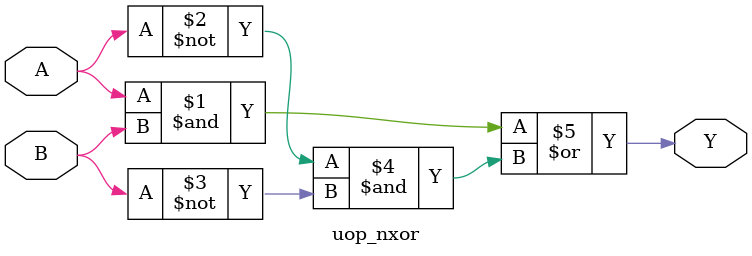
<source format=sv>
module uop_nxor (output wire Y, input wire A, input wire B);

//Internal wires


//Continuous Assignment (order does not matter)
assign Y = A&B | ~A&~B;




endmodule
</source>
